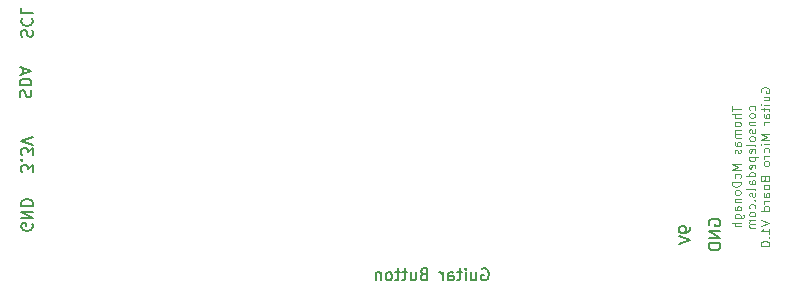
<source format=gbr>
G04 #@! TF.GenerationSoftware,KiCad,Pcbnew,(5.1.7)-1*
G04 #@! TF.CreationDate,2021-11-25T13:16:34-06:00*
G04 #@! TF.ProjectId,GuitarMicroBoard,47756974-6172-44d6-9963-726f426f6172,rev?*
G04 #@! TF.SameCoordinates,Original*
G04 #@! TF.FileFunction,Legend,Bot*
G04 #@! TF.FilePolarity,Positive*
%FSLAX46Y46*%
G04 Gerber Fmt 4.6, Leading zero omitted, Abs format (unit mm)*
G04 Created by KiCad (PCBNEW (5.1.7)-1) date 2021-11-25 13:16:34*
%MOMM*%
%LPD*%
G01*
G04 APERTURE LIST*
%ADD10C,0.150000*%
%ADD11C,0.100000*%
G04 APERTURE END LIST*
D10*
X121261238Y-97710476D02*
X121213619Y-97567619D01*
X121213619Y-97329523D01*
X121261238Y-97234285D01*
X121308857Y-97186666D01*
X121404095Y-97139047D01*
X121499333Y-97139047D01*
X121594571Y-97186666D01*
X121642190Y-97234285D01*
X121689809Y-97329523D01*
X121737428Y-97520000D01*
X121785047Y-97615238D01*
X121832666Y-97662857D01*
X121927904Y-97710476D01*
X122023142Y-97710476D01*
X122118380Y-97662857D01*
X122166000Y-97615238D01*
X122213619Y-97520000D01*
X122213619Y-97281904D01*
X122166000Y-97139047D01*
X121308857Y-96139047D02*
X121261238Y-96186666D01*
X121213619Y-96329523D01*
X121213619Y-96424761D01*
X121261238Y-96567619D01*
X121356476Y-96662857D01*
X121451714Y-96710476D01*
X121642190Y-96758095D01*
X121785047Y-96758095D01*
X121975523Y-96710476D01*
X122070761Y-96662857D01*
X122166000Y-96567619D01*
X122213619Y-96424761D01*
X122213619Y-96329523D01*
X122166000Y-96186666D01*
X122118380Y-96139047D01*
X121213619Y-95234285D02*
X121213619Y-95710476D01*
X122213619Y-95710476D01*
X121134238Y-102814285D02*
X121086619Y-102671428D01*
X121086619Y-102433333D01*
X121134238Y-102338095D01*
X121181857Y-102290476D01*
X121277095Y-102242857D01*
X121372333Y-102242857D01*
X121467571Y-102290476D01*
X121515190Y-102338095D01*
X121562809Y-102433333D01*
X121610428Y-102623809D01*
X121658047Y-102719047D01*
X121705666Y-102766666D01*
X121800904Y-102814285D01*
X121896142Y-102814285D01*
X121991380Y-102766666D01*
X122039000Y-102719047D01*
X122086619Y-102623809D01*
X122086619Y-102385714D01*
X122039000Y-102242857D01*
X121086619Y-101814285D02*
X122086619Y-101814285D01*
X122086619Y-101576190D01*
X122039000Y-101433333D01*
X121943761Y-101338095D01*
X121848523Y-101290476D01*
X121658047Y-101242857D01*
X121515190Y-101242857D01*
X121324714Y-101290476D01*
X121229476Y-101338095D01*
X121134238Y-101433333D01*
X121086619Y-101576190D01*
X121086619Y-101814285D01*
X121372333Y-100861904D02*
X121372333Y-100385714D01*
X121086619Y-100957142D02*
X122086619Y-100623809D01*
X121086619Y-100290476D01*
X122166000Y-113537904D02*
X122213619Y-113633142D01*
X122213619Y-113776000D01*
X122166000Y-113918857D01*
X122070761Y-114014095D01*
X121975523Y-114061714D01*
X121785047Y-114109333D01*
X121642190Y-114109333D01*
X121451714Y-114061714D01*
X121356476Y-114014095D01*
X121261238Y-113918857D01*
X121213619Y-113776000D01*
X121213619Y-113680761D01*
X121261238Y-113537904D01*
X121308857Y-113490285D01*
X121642190Y-113490285D01*
X121642190Y-113680761D01*
X121213619Y-113061714D02*
X122213619Y-113061714D01*
X121213619Y-112490285D01*
X122213619Y-112490285D01*
X121213619Y-112014095D02*
X122213619Y-112014095D01*
X122213619Y-111776000D01*
X122166000Y-111633142D01*
X122070761Y-111537904D01*
X121975523Y-111490285D01*
X121785047Y-111442666D01*
X121642190Y-111442666D01*
X121451714Y-111490285D01*
X121356476Y-111537904D01*
X121261238Y-111633142D01*
X121213619Y-111776000D01*
X121213619Y-112014095D01*
X122213619Y-109172190D02*
X122213619Y-108553142D01*
X121832666Y-108886476D01*
X121832666Y-108743619D01*
X121785047Y-108648380D01*
X121737428Y-108600761D01*
X121642190Y-108553142D01*
X121404095Y-108553142D01*
X121308857Y-108600761D01*
X121261238Y-108648380D01*
X121213619Y-108743619D01*
X121213619Y-109029333D01*
X121261238Y-109124571D01*
X121308857Y-109172190D01*
X121308857Y-108124571D02*
X121261238Y-108076952D01*
X121213619Y-108124571D01*
X121261238Y-108172190D01*
X121308857Y-108124571D01*
X121213619Y-108124571D01*
X122213619Y-107743619D02*
X122213619Y-107124571D01*
X121832666Y-107457904D01*
X121832666Y-107315047D01*
X121785047Y-107219809D01*
X121737428Y-107172190D01*
X121642190Y-107124571D01*
X121404095Y-107124571D01*
X121308857Y-107172190D01*
X121261238Y-107219809D01*
X121213619Y-107315047D01*
X121213619Y-107600761D01*
X121261238Y-107696000D01*
X121308857Y-107743619D01*
X122213619Y-106838857D02*
X121213619Y-106505523D01*
X122213619Y-106172190D01*
X155273142Y-117784571D02*
X155130285Y-117832190D01*
X155082666Y-117879809D01*
X155035047Y-117975047D01*
X155035047Y-118117904D01*
X155082666Y-118213142D01*
X155130285Y-118260761D01*
X155225523Y-118308380D01*
X155606476Y-118308380D01*
X155606476Y-117308380D01*
X155273142Y-117308380D01*
X155177904Y-117356000D01*
X155130285Y-117403619D01*
X155082666Y-117498857D01*
X155082666Y-117594095D01*
X155130285Y-117689333D01*
X155177904Y-117736952D01*
X155273142Y-117784571D01*
X155606476Y-117784571D01*
X154177904Y-117641714D02*
X154177904Y-118308380D01*
X154606476Y-117641714D02*
X154606476Y-118165523D01*
X154558857Y-118260761D01*
X154463619Y-118308380D01*
X154320761Y-118308380D01*
X154225523Y-118260761D01*
X154177904Y-118213142D01*
X153844571Y-117641714D02*
X153463619Y-117641714D01*
X153701714Y-117308380D02*
X153701714Y-118165523D01*
X153654095Y-118260761D01*
X153558857Y-118308380D01*
X153463619Y-118308380D01*
X153273142Y-117641714D02*
X152892190Y-117641714D01*
X153130285Y-117308380D02*
X153130285Y-118165523D01*
X153082666Y-118260761D01*
X152987428Y-118308380D01*
X152892190Y-118308380D01*
X152416000Y-118308380D02*
X152511238Y-118260761D01*
X152558857Y-118213142D01*
X152606476Y-118117904D01*
X152606476Y-117832190D01*
X152558857Y-117736952D01*
X152511238Y-117689333D01*
X152416000Y-117641714D01*
X152273142Y-117641714D01*
X152177904Y-117689333D01*
X152130285Y-117736952D01*
X152082666Y-117832190D01*
X152082666Y-118117904D01*
X152130285Y-118213142D01*
X152177904Y-118260761D01*
X152273142Y-118308380D01*
X152416000Y-118308380D01*
X151654095Y-117641714D02*
X151654095Y-118308380D01*
X151654095Y-117736952D02*
X151606476Y-117689333D01*
X151511238Y-117641714D01*
X151368380Y-117641714D01*
X151273142Y-117689333D01*
X151225523Y-117784571D01*
X151225523Y-118308380D01*
X160226190Y-117356000D02*
X160321428Y-117308380D01*
X160464285Y-117308380D01*
X160607142Y-117356000D01*
X160702380Y-117451238D01*
X160750000Y-117546476D01*
X160797619Y-117736952D01*
X160797619Y-117879809D01*
X160750000Y-118070285D01*
X160702380Y-118165523D01*
X160607142Y-118260761D01*
X160464285Y-118308380D01*
X160369047Y-118308380D01*
X160226190Y-118260761D01*
X160178571Y-118213142D01*
X160178571Y-117879809D01*
X160369047Y-117879809D01*
X159321428Y-117641714D02*
X159321428Y-118308380D01*
X159750000Y-117641714D02*
X159750000Y-118165523D01*
X159702380Y-118260761D01*
X159607142Y-118308380D01*
X159464285Y-118308380D01*
X159369047Y-118260761D01*
X159321428Y-118213142D01*
X158845238Y-118308380D02*
X158845238Y-117641714D01*
X158845238Y-117308380D02*
X158892857Y-117356000D01*
X158845238Y-117403619D01*
X158797619Y-117356000D01*
X158845238Y-117308380D01*
X158845238Y-117403619D01*
X158511904Y-117641714D02*
X158130952Y-117641714D01*
X158369047Y-117308380D02*
X158369047Y-118165523D01*
X158321428Y-118260761D01*
X158226190Y-118308380D01*
X158130952Y-118308380D01*
X157369047Y-118308380D02*
X157369047Y-117784571D01*
X157416666Y-117689333D01*
X157511904Y-117641714D01*
X157702380Y-117641714D01*
X157797619Y-117689333D01*
X157369047Y-118260761D02*
X157464285Y-118308380D01*
X157702380Y-118308380D01*
X157797619Y-118260761D01*
X157845238Y-118165523D01*
X157845238Y-118070285D01*
X157797619Y-117975047D01*
X157702380Y-117927428D01*
X157464285Y-117927428D01*
X157369047Y-117879809D01*
X156892857Y-118308380D02*
X156892857Y-117641714D01*
X156892857Y-117832190D02*
X156845238Y-117736952D01*
X156797619Y-117689333D01*
X156702380Y-117641714D01*
X156607142Y-117641714D01*
X179459000Y-113665095D02*
X179411380Y-113569857D01*
X179411380Y-113427000D01*
X179459000Y-113284142D01*
X179554238Y-113188904D01*
X179649476Y-113141285D01*
X179839952Y-113093666D01*
X179982809Y-113093666D01*
X180173285Y-113141285D01*
X180268523Y-113188904D01*
X180363761Y-113284142D01*
X180411380Y-113427000D01*
X180411380Y-113522238D01*
X180363761Y-113665095D01*
X180316142Y-113712714D01*
X179982809Y-113712714D01*
X179982809Y-113522238D01*
X180411380Y-114141285D02*
X179411380Y-114141285D01*
X180411380Y-114712714D01*
X179411380Y-114712714D01*
X180411380Y-115188904D02*
X179411380Y-115188904D01*
X179411380Y-115427000D01*
X179459000Y-115569857D01*
X179554238Y-115665095D01*
X179649476Y-115712714D01*
X179839952Y-115760333D01*
X179982809Y-115760333D01*
X180173285Y-115712714D01*
X180268523Y-115665095D01*
X180363761Y-115569857D01*
X180411380Y-115427000D01*
X180411380Y-115188904D01*
X177871380Y-113807952D02*
X177871380Y-113998428D01*
X177823761Y-114093666D01*
X177776142Y-114141285D01*
X177633285Y-114236523D01*
X177442809Y-114284142D01*
X177061857Y-114284142D01*
X176966619Y-114236523D01*
X176919000Y-114188904D01*
X176871380Y-114093666D01*
X176871380Y-113903190D01*
X176919000Y-113807952D01*
X176966619Y-113760333D01*
X177061857Y-113712714D01*
X177299952Y-113712714D01*
X177395190Y-113760333D01*
X177442809Y-113807952D01*
X177490428Y-113903190D01*
X177490428Y-114093666D01*
X177442809Y-114188904D01*
X177395190Y-114236523D01*
X177299952Y-114284142D01*
X176871380Y-114569857D02*
X177871380Y-114903190D01*
X176871380Y-115236523D01*
D11*
X181371285Y-103569142D02*
X181371285Y-103997714D01*
X182121285Y-103783428D02*
X181371285Y-103783428D01*
X182121285Y-104247714D02*
X181371285Y-104247714D01*
X182121285Y-104569142D02*
X181728428Y-104569142D01*
X181657000Y-104533428D01*
X181621285Y-104462000D01*
X181621285Y-104354857D01*
X181657000Y-104283428D01*
X181692714Y-104247714D01*
X182121285Y-105033428D02*
X182085571Y-104962000D01*
X182049857Y-104926285D01*
X181978428Y-104890571D01*
X181764142Y-104890571D01*
X181692714Y-104926285D01*
X181657000Y-104962000D01*
X181621285Y-105033428D01*
X181621285Y-105140571D01*
X181657000Y-105212000D01*
X181692714Y-105247714D01*
X181764142Y-105283428D01*
X181978428Y-105283428D01*
X182049857Y-105247714D01*
X182085571Y-105212000D01*
X182121285Y-105140571D01*
X182121285Y-105033428D01*
X182121285Y-105604857D02*
X181621285Y-105604857D01*
X181692714Y-105604857D02*
X181657000Y-105640571D01*
X181621285Y-105712000D01*
X181621285Y-105819142D01*
X181657000Y-105890571D01*
X181728428Y-105926285D01*
X182121285Y-105926285D01*
X181728428Y-105926285D02*
X181657000Y-105962000D01*
X181621285Y-106033428D01*
X181621285Y-106140571D01*
X181657000Y-106212000D01*
X181728428Y-106247714D01*
X182121285Y-106247714D01*
X182121285Y-106926285D02*
X181728428Y-106926285D01*
X181657000Y-106890571D01*
X181621285Y-106819142D01*
X181621285Y-106676285D01*
X181657000Y-106604857D01*
X182085571Y-106926285D02*
X182121285Y-106854857D01*
X182121285Y-106676285D01*
X182085571Y-106604857D01*
X182014142Y-106569142D01*
X181942714Y-106569142D01*
X181871285Y-106604857D01*
X181835571Y-106676285D01*
X181835571Y-106854857D01*
X181799857Y-106926285D01*
X182085571Y-107247714D02*
X182121285Y-107319142D01*
X182121285Y-107462000D01*
X182085571Y-107533428D01*
X182014142Y-107569142D01*
X181978428Y-107569142D01*
X181907000Y-107533428D01*
X181871285Y-107462000D01*
X181871285Y-107354857D01*
X181835571Y-107283428D01*
X181764142Y-107247714D01*
X181728428Y-107247714D01*
X181657000Y-107283428D01*
X181621285Y-107354857D01*
X181621285Y-107462000D01*
X181657000Y-107533428D01*
X182121285Y-108462000D02*
X181371285Y-108462000D01*
X181907000Y-108712000D01*
X181371285Y-108962000D01*
X182121285Y-108962000D01*
X182085571Y-109640571D02*
X182121285Y-109569142D01*
X182121285Y-109426285D01*
X182085571Y-109354857D01*
X182049857Y-109319142D01*
X181978428Y-109283428D01*
X181764142Y-109283428D01*
X181692714Y-109319142D01*
X181657000Y-109354857D01*
X181621285Y-109426285D01*
X181621285Y-109569142D01*
X181657000Y-109640571D01*
X182121285Y-109962000D02*
X181371285Y-109962000D01*
X181371285Y-110140571D01*
X181407000Y-110247714D01*
X181478428Y-110319142D01*
X181549857Y-110354857D01*
X181692714Y-110390571D01*
X181799857Y-110390571D01*
X181942714Y-110354857D01*
X182014142Y-110319142D01*
X182085571Y-110247714D01*
X182121285Y-110140571D01*
X182121285Y-109962000D01*
X182121285Y-110819142D02*
X182085571Y-110747714D01*
X182049857Y-110712000D01*
X181978428Y-110676285D01*
X181764142Y-110676285D01*
X181692714Y-110712000D01*
X181657000Y-110747714D01*
X181621285Y-110819142D01*
X181621285Y-110926285D01*
X181657000Y-110997714D01*
X181692714Y-111033428D01*
X181764142Y-111069142D01*
X181978428Y-111069142D01*
X182049857Y-111033428D01*
X182085571Y-110997714D01*
X182121285Y-110926285D01*
X182121285Y-110819142D01*
X181621285Y-111390571D02*
X182121285Y-111390571D01*
X181692714Y-111390571D02*
X181657000Y-111426285D01*
X181621285Y-111497714D01*
X181621285Y-111604857D01*
X181657000Y-111676285D01*
X181728428Y-111712000D01*
X182121285Y-111712000D01*
X182121285Y-112390571D02*
X181728428Y-112390571D01*
X181657000Y-112354857D01*
X181621285Y-112283428D01*
X181621285Y-112140571D01*
X181657000Y-112069142D01*
X182085571Y-112390571D02*
X182121285Y-112319142D01*
X182121285Y-112140571D01*
X182085571Y-112069142D01*
X182014142Y-112033428D01*
X181942714Y-112033428D01*
X181871285Y-112069142D01*
X181835571Y-112140571D01*
X181835571Y-112319142D01*
X181799857Y-112390571D01*
X181621285Y-113069142D02*
X182228428Y-113069142D01*
X182299857Y-113033428D01*
X182335571Y-112997714D01*
X182371285Y-112926285D01*
X182371285Y-112819142D01*
X182335571Y-112747714D01*
X182085571Y-113069142D02*
X182121285Y-112997714D01*
X182121285Y-112854857D01*
X182085571Y-112783428D01*
X182049857Y-112747714D01*
X181978428Y-112712000D01*
X181764142Y-112712000D01*
X181692714Y-112747714D01*
X181657000Y-112783428D01*
X181621285Y-112854857D01*
X181621285Y-112997714D01*
X181657000Y-113069142D01*
X182121285Y-113426285D02*
X181371285Y-113426285D01*
X182121285Y-113747714D02*
X181728428Y-113747714D01*
X181657000Y-113712000D01*
X181621285Y-113640571D01*
X181621285Y-113533428D01*
X181657000Y-113462000D01*
X181692714Y-113426285D01*
X183310571Y-103872714D02*
X183346285Y-103801285D01*
X183346285Y-103658428D01*
X183310571Y-103587000D01*
X183274857Y-103551285D01*
X183203428Y-103515571D01*
X182989142Y-103515571D01*
X182917714Y-103551285D01*
X182882000Y-103587000D01*
X182846285Y-103658428D01*
X182846285Y-103801285D01*
X182882000Y-103872714D01*
X183346285Y-104301285D02*
X183310571Y-104229857D01*
X183274857Y-104194142D01*
X183203428Y-104158428D01*
X182989142Y-104158428D01*
X182917714Y-104194142D01*
X182882000Y-104229857D01*
X182846285Y-104301285D01*
X182846285Y-104408428D01*
X182882000Y-104479857D01*
X182917714Y-104515571D01*
X182989142Y-104551285D01*
X183203428Y-104551285D01*
X183274857Y-104515571D01*
X183310571Y-104479857D01*
X183346285Y-104408428D01*
X183346285Y-104301285D01*
X182846285Y-104872714D02*
X183346285Y-104872714D01*
X182917714Y-104872714D02*
X182882000Y-104908428D01*
X182846285Y-104979857D01*
X182846285Y-105087000D01*
X182882000Y-105158428D01*
X182953428Y-105194142D01*
X183346285Y-105194142D01*
X183310571Y-105515571D02*
X183346285Y-105587000D01*
X183346285Y-105729857D01*
X183310571Y-105801285D01*
X183239142Y-105837000D01*
X183203428Y-105837000D01*
X183132000Y-105801285D01*
X183096285Y-105729857D01*
X183096285Y-105622714D01*
X183060571Y-105551285D01*
X182989142Y-105515571D01*
X182953428Y-105515571D01*
X182882000Y-105551285D01*
X182846285Y-105622714D01*
X182846285Y-105729857D01*
X182882000Y-105801285D01*
X183346285Y-106265571D02*
X183310571Y-106194142D01*
X183274857Y-106158428D01*
X183203428Y-106122714D01*
X182989142Y-106122714D01*
X182917714Y-106158428D01*
X182882000Y-106194142D01*
X182846285Y-106265571D01*
X182846285Y-106372714D01*
X182882000Y-106444142D01*
X182917714Y-106479857D01*
X182989142Y-106515571D01*
X183203428Y-106515571D01*
X183274857Y-106479857D01*
X183310571Y-106444142D01*
X183346285Y-106372714D01*
X183346285Y-106265571D01*
X183346285Y-106944142D02*
X183310571Y-106872714D01*
X183239142Y-106837000D01*
X182596285Y-106837000D01*
X183310571Y-107515571D02*
X183346285Y-107444142D01*
X183346285Y-107301285D01*
X183310571Y-107229857D01*
X183239142Y-107194142D01*
X182953428Y-107194142D01*
X182882000Y-107229857D01*
X182846285Y-107301285D01*
X182846285Y-107444142D01*
X182882000Y-107515571D01*
X182953428Y-107551285D01*
X183024857Y-107551285D01*
X183096285Y-107194142D01*
X182846285Y-107872714D02*
X183596285Y-107872714D01*
X182882000Y-107872714D02*
X182846285Y-107944142D01*
X182846285Y-108087000D01*
X182882000Y-108158428D01*
X182917714Y-108194142D01*
X182989142Y-108229857D01*
X183203428Y-108229857D01*
X183274857Y-108194142D01*
X183310571Y-108158428D01*
X183346285Y-108087000D01*
X183346285Y-107944142D01*
X183310571Y-107872714D01*
X183310571Y-108837000D02*
X183346285Y-108765571D01*
X183346285Y-108622714D01*
X183310571Y-108551285D01*
X183239142Y-108515571D01*
X182953428Y-108515571D01*
X182882000Y-108551285D01*
X182846285Y-108622714D01*
X182846285Y-108765571D01*
X182882000Y-108837000D01*
X182953428Y-108872714D01*
X183024857Y-108872714D01*
X183096285Y-108515571D01*
X183346285Y-109515571D02*
X182596285Y-109515571D01*
X183310571Y-109515571D02*
X183346285Y-109444142D01*
X183346285Y-109301285D01*
X183310571Y-109229857D01*
X183274857Y-109194142D01*
X183203428Y-109158428D01*
X182989142Y-109158428D01*
X182917714Y-109194142D01*
X182882000Y-109229857D01*
X182846285Y-109301285D01*
X182846285Y-109444142D01*
X182882000Y-109515571D01*
X183346285Y-110194142D02*
X182953428Y-110194142D01*
X182882000Y-110158428D01*
X182846285Y-110087000D01*
X182846285Y-109944142D01*
X182882000Y-109872714D01*
X183310571Y-110194142D02*
X183346285Y-110122714D01*
X183346285Y-109944142D01*
X183310571Y-109872714D01*
X183239142Y-109837000D01*
X183167714Y-109837000D01*
X183096285Y-109872714D01*
X183060571Y-109944142D01*
X183060571Y-110122714D01*
X183024857Y-110194142D01*
X183346285Y-110658428D02*
X183310571Y-110587000D01*
X183239142Y-110551285D01*
X182596285Y-110551285D01*
X183310571Y-110908428D02*
X183346285Y-110979857D01*
X183346285Y-111122714D01*
X183310571Y-111194142D01*
X183239142Y-111229857D01*
X183203428Y-111229857D01*
X183132000Y-111194142D01*
X183096285Y-111122714D01*
X183096285Y-111015571D01*
X183060571Y-110944142D01*
X182989142Y-110908428D01*
X182953428Y-110908428D01*
X182882000Y-110944142D01*
X182846285Y-111015571D01*
X182846285Y-111122714D01*
X182882000Y-111194142D01*
X183274857Y-111551285D02*
X183310571Y-111587000D01*
X183346285Y-111551285D01*
X183310571Y-111515571D01*
X183274857Y-111551285D01*
X183346285Y-111551285D01*
X183310571Y-112229857D02*
X183346285Y-112158428D01*
X183346285Y-112015571D01*
X183310571Y-111944142D01*
X183274857Y-111908428D01*
X183203428Y-111872714D01*
X182989142Y-111872714D01*
X182917714Y-111908428D01*
X182882000Y-111944142D01*
X182846285Y-112015571D01*
X182846285Y-112158428D01*
X182882000Y-112229857D01*
X183346285Y-112658428D02*
X183310571Y-112587000D01*
X183274857Y-112551285D01*
X183203428Y-112515571D01*
X182989142Y-112515571D01*
X182917714Y-112551285D01*
X182882000Y-112587000D01*
X182846285Y-112658428D01*
X182846285Y-112765571D01*
X182882000Y-112837000D01*
X182917714Y-112872714D01*
X182989142Y-112908428D01*
X183203428Y-112908428D01*
X183274857Y-112872714D01*
X183310571Y-112837000D01*
X183346285Y-112765571D01*
X183346285Y-112658428D01*
X183346285Y-113229857D02*
X182846285Y-113229857D01*
X182917714Y-113229857D02*
X182882000Y-113265571D01*
X182846285Y-113337000D01*
X182846285Y-113444142D01*
X182882000Y-113515571D01*
X182953428Y-113551285D01*
X183346285Y-113551285D01*
X182953428Y-113551285D02*
X182882000Y-113587000D01*
X182846285Y-113658428D01*
X182846285Y-113765571D01*
X182882000Y-113837000D01*
X182953428Y-113872714D01*
X183346285Y-113872714D01*
X183857000Y-102408428D02*
X183821285Y-102337000D01*
X183821285Y-102229857D01*
X183857000Y-102122714D01*
X183928428Y-102051285D01*
X183999857Y-102015571D01*
X184142714Y-101979857D01*
X184249857Y-101979857D01*
X184392714Y-102015571D01*
X184464142Y-102051285D01*
X184535571Y-102122714D01*
X184571285Y-102229857D01*
X184571285Y-102301285D01*
X184535571Y-102408428D01*
X184499857Y-102444142D01*
X184249857Y-102444142D01*
X184249857Y-102301285D01*
X184071285Y-103087000D02*
X184571285Y-103087000D01*
X184071285Y-102765571D02*
X184464142Y-102765571D01*
X184535571Y-102801285D01*
X184571285Y-102872714D01*
X184571285Y-102979857D01*
X184535571Y-103051285D01*
X184499857Y-103087000D01*
X184571285Y-103444142D02*
X184071285Y-103444142D01*
X183821285Y-103444142D02*
X183857000Y-103408428D01*
X183892714Y-103444142D01*
X183857000Y-103479857D01*
X183821285Y-103444142D01*
X183892714Y-103444142D01*
X184071285Y-103694142D02*
X184071285Y-103979857D01*
X183821285Y-103801285D02*
X184464142Y-103801285D01*
X184535571Y-103837000D01*
X184571285Y-103908428D01*
X184571285Y-103979857D01*
X184571285Y-104551285D02*
X184178428Y-104551285D01*
X184107000Y-104515571D01*
X184071285Y-104444142D01*
X184071285Y-104301285D01*
X184107000Y-104229857D01*
X184535571Y-104551285D02*
X184571285Y-104479857D01*
X184571285Y-104301285D01*
X184535571Y-104229857D01*
X184464142Y-104194142D01*
X184392714Y-104194142D01*
X184321285Y-104229857D01*
X184285571Y-104301285D01*
X184285571Y-104479857D01*
X184249857Y-104551285D01*
X184571285Y-104908428D02*
X184071285Y-104908428D01*
X184214142Y-104908428D02*
X184142714Y-104944142D01*
X184107000Y-104979857D01*
X184071285Y-105051285D01*
X184071285Y-105122714D01*
X184571285Y-105944142D02*
X183821285Y-105944142D01*
X184357000Y-106194142D01*
X183821285Y-106444142D01*
X184571285Y-106444142D01*
X184571285Y-106801285D02*
X184071285Y-106801285D01*
X183821285Y-106801285D02*
X183857000Y-106765571D01*
X183892714Y-106801285D01*
X183857000Y-106837000D01*
X183821285Y-106801285D01*
X183892714Y-106801285D01*
X184535571Y-107479857D02*
X184571285Y-107408428D01*
X184571285Y-107265571D01*
X184535571Y-107194142D01*
X184499857Y-107158428D01*
X184428428Y-107122714D01*
X184214142Y-107122714D01*
X184142714Y-107158428D01*
X184107000Y-107194142D01*
X184071285Y-107265571D01*
X184071285Y-107408428D01*
X184107000Y-107479857D01*
X184571285Y-107801285D02*
X184071285Y-107801285D01*
X184214142Y-107801285D02*
X184142714Y-107837000D01*
X184107000Y-107872714D01*
X184071285Y-107944142D01*
X184071285Y-108015571D01*
X184571285Y-108372714D02*
X184535571Y-108301285D01*
X184499857Y-108265571D01*
X184428428Y-108229857D01*
X184214142Y-108229857D01*
X184142714Y-108265571D01*
X184107000Y-108301285D01*
X184071285Y-108372714D01*
X184071285Y-108479857D01*
X184107000Y-108551285D01*
X184142714Y-108587000D01*
X184214142Y-108622714D01*
X184428428Y-108622714D01*
X184499857Y-108587000D01*
X184535571Y-108551285D01*
X184571285Y-108479857D01*
X184571285Y-108372714D01*
X184178428Y-109765571D02*
X184214142Y-109872714D01*
X184249857Y-109908428D01*
X184321285Y-109944142D01*
X184428428Y-109944142D01*
X184499857Y-109908428D01*
X184535571Y-109872714D01*
X184571285Y-109801285D01*
X184571285Y-109515571D01*
X183821285Y-109515571D01*
X183821285Y-109765571D01*
X183857000Y-109837000D01*
X183892714Y-109872714D01*
X183964142Y-109908428D01*
X184035571Y-109908428D01*
X184107000Y-109872714D01*
X184142714Y-109837000D01*
X184178428Y-109765571D01*
X184178428Y-109515571D01*
X184571285Y-110372714D02*
X184535571Y-110301285D01*
X184499857Y-110265571D01*
X184428428Y-110229857D01*
X184214142Y-110229857D01*
X184142714Y-110265571D01*
X184107000Y-110301285D01*
X184071285Y-110372714D01*
X184071285Y-110479857D01*
X184107000Y-110551285D01*
X184142714Y-110587000D01*
X184214142Y-110622714D01*
X184428428Y-110622714D01*
X184499857Y-110587000D01*
X184535571Y-110551285D01*
X184571285Y-110479857D01*
X184571285Y-110372714D01*
X184571285Y-111265571D02*
X184178428Y-111265571D01*
X184107000Y-111229857D01*
X184071285Y-111158428D01*
X184071285Y-111015571D01*
X184107000Y-110944142D01*
X184535571Y-111265571D02*
X184571285Y-111194142D01*
X184571285Y-111015571D01*
X184535571Y-110944142D01*
X184464142Y-110908428D01*
X184392714Y-110908428D01*
X184321285Y-110944142D01*
X184285571Y-111015571D01*
X184285571Y-111194142D01*
X184249857Y-111265571D01*
X184571285Y-111622714D02*
X184071285Y-111622714D01*
X184214142Y-111622714D02*
X184142714Y-111658428D01*
X184107000Y-111694142D01*
X184071285Y-111765571D01*
X184071285Y-111837000D01*
X184571285Y-112408428D02*
X183821285Y-112408428D01*
X184535571Y-112408428D02*
X184571285Y-112337000D01*
X184571285Y-112194142D01*
X184535571Y-112122714D01*
X184499857Y-112087000D01*
X184428428Y-112051285D01*
X184214142Y-112051285D01*
X184142714Y-112087000D01*
X184107000Y-112122714D01*
X184071285Y-112194142D01*
X184071285Y-112337000D01*
X184107000Y-112408428D01*
X183821285Y-113229857D02*
X184571285Y-113479857D01*
X183821285Y-113729857D01*
X184571285Y-114372714D02*
X184571285Y-113944142D01*
X184571285Y-114158428D02*
X183821285Y-114158428D01*
X183928428Y-114087000D01*
X183999857Y-114015571D01*
X184035571Y-113944142D01*
X184499857Y-114694142D02*
X184535571Y-114729857D01*
X184571285Y-114694142D01*
X184535571Y-114658428D01*
X184499857Y-114694142D01*
X184571285Y-114694142D01*
X183821285Y-115194142D02*
X183821285Y-115265571D01*
X183857000Y-115337000D01*
X183892714Y-115372714D01*
X183964142Y-115408428D01*
X184107000Y-115444142D01*
X184285571Y-115444142D01*
X184428428Y-115408428D01*
X184499857Y-115372714D01*
X184535571Y-115337000D01*
X184571285Y-115265571D01*
X184571285Y-115194142D01*
X184535571Y-115122714D01*
X184499857Y-115087000D01*
X184428428Y-115051285D01*
X184285571Y-115015571D01*
X184107000Y-115015571D01*
X183964142Y-115051285D01*
X183892714Y-115087000D01*
X183857000Y-115122714D01*
X183821285Y-115194142D01*
M02*

</source>
